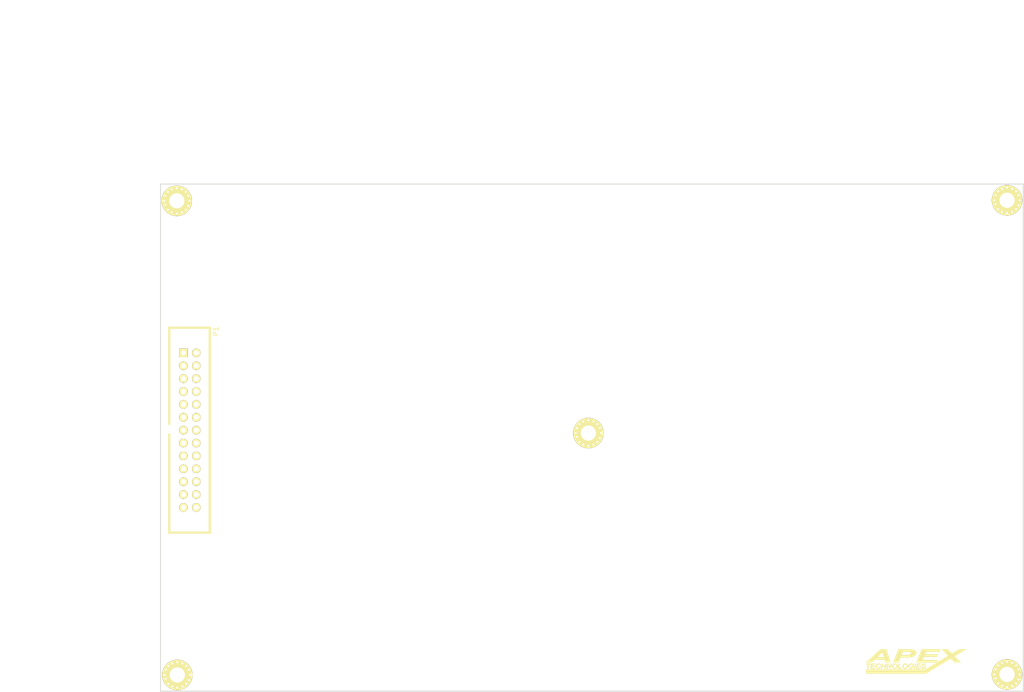
<source format=kicad_pcb>
(kicad_pcb (version 4) (host pcbnew 4.0.7)

  (general
    (links 93)
    (no_connects 13)
    (area 34.435716 19.85 237.100001 158.847)
    (thickness 1.6)
    (drawings 16)
    (tracks 0)
    (zones 0)
    (modules 7)
    (nets 19)
  )

  (page A4)
  (layers
    (0 F.Cu signal)
    (31 B.Cu signal)
    (32 B.Adhes user)
    (33 F.Adhes user)
    (34 B.Paste user)
    (35 F.Paste user)
    (36 B.SilkS user)
    (37 F.SilkS user)
    (38 B.Mask user)
    (39 F.Mask user)
    (40 Dwgs.User user)
    (41 Cmts.User user)
    (42 Eco1.User user)
    (43 Eco2.User user)
    (44 Edge.Cuts user)
    (45 Margin user)
    (46 B.CrtYd user)
    (47 F.CrtYd user)
    (48 B.Fab user)
    (49 F.Fab user)
  )

  (setup
    (last_trace_width 0.25)
    (trace_clearance 0.2)
    (zone_clearance 0.508)
    (zone_45_only no)
    (trace_min 0.2)
    (segment_width 0.2)
    (edge_width 0.15)
    (via_size 0.6)
    (via_drill 0.4)
    (via_min_size 0.4)
    (via_min_drill 0.3)
    (uvia_size 0.3)
    (uvia_drill 0.1)
    (uvias_allowed no)
    (uvia_min_size 0.2)
    (uvia_min_drill 0.1)
    (pcb_text_width 0.3)
    (pcb_text_size 1.5 1.5)
    (mod_edge_width 0.15)
    (mod_text_size 1 1)
    (mod_text_width 0.15)
    (pad_size 1.524 1.524)
    (pad_drill 0.762)
    (pad_to_mask_clearance 0.2)
    (aux_axis_origin 0 0)
    (visible_elements 7FFFFFFF)
    (pcbplotparams
      (layerselection 0x00030_80000001)
      (usegerberextensions false)
      (excludeedgelayer true)
      (linewidth 0.100000)
      (plotframeref false)
      (viasonmask false)
      (mode 1)
      (useauxorigin false)
      (hpglpennumber 1)
      (hpglpenspeed 20)
      (hpglpendiameter 15)
      (hpglpenoverlay 2)
      (psnegative false)
      (psa4output false)
      (plotreference true)
      (plotvalue true)
      (plotinvisibletext false)
      (padsonsilk false)
      (subtractmaskfromsilk false)
      (outputformat 1)
      (mirror false)
      (drillshape 1)
      (scaleselection 1)
      (outputdirectory ""))
  )

  (net 0 "")
  (net 1 D+)
  (net 2 GND)
  (net 3 D-)
  (net 4 "Net-(P1-Pad7)")
  (net 5 "Net-(P1-Pad8)")
  (net 6 "Net-(P1-Pad9)")
  (net 7 "Net-(P1-Pad10)")
  (net 8 "Net-(P1-Pad11)")
  (net 9 "Net-(P1-Pad12)")
  (net 10 -12V)
  (net 11 +12V)
  (net 12 -5V)
  (net 13 +5V)
  (net 14 +3V3)
  (net 15 "Net-(P1-Pad25)")
  (net 16 "Net-(P1-Pad26)")
  (net 17 TRIG_IN)
  (net 18 TRIG_OUT)

  (net_class Default "This is the default net class."
    (clearance 0.2)
    (trace_width 0.25)
    (via_dia 0.6)
    (via_drill 0.4)
    (uvia_dia 0.3)
    (uvia_drill 0.1)
    (add_net +12V)
    (add_net +3V3)
    (add_net +5V)
    (add_net -12V)
    (add_net -5V)
    (add_net D+)
    (add_net D-)
    (add_net GND)
    (add_net "Net-(P1-Pad10)")
    (add_net "Net-(P1-Pad11)")
    (add_net "Net-(P1-Pad12)")
    (add_net "Net-(P1-Pad25)")
    (add_net "Net-(P1-Pad26)")
    (add_net "Net-(P1-Pad7)")
    (add_net "Net-(P1-Pad8)")
    (add_net "Net-(P1-Pad9)")
    (add_net TRIG_IN)
    (add_net TRIG_OUT)
  )

  (module Apex:VIS_M3 (layer F.Cu) (tedit 59B11A99) (tstamp 59B1A080)
    (at 70.2 59.3)
    (path /59B31F0F)
    (fp_text reference V1 (at 0 -4.572) (layer Eco1.User) hide
      (effects (font (size 1.5 1.5) (thickness 0.15)))
    )
    (fp_text value VIS (at 0 4.572) (layer Eco1.User) hide
      (effects (font (size 1.5 1.5) (thickness 0.15)))
    )
    (pad 1 thru_hole circle (at 0 0) (size 6 6) (drill 3) (layers *.Cu *.Mask F.SilkS)
      (net 2 GND))
    (pad 1 thru_hole circle (at -1.75 1.75) (size 0.5 0.5) (drill 0.4) (layers *.Cu *.Mask F.SilkS)
      (net 2 GND))
    (pad 1 thru_hole circle (at 1.75 1.75) (size 0.5 0.5) (drill 0.4) (layers *.Cu *.Mask F.SilkS)
      (net 2 GND))
    (pad 1 thru_hole circle (at 1.75 -1.75) (size 0.5 0.5) (drill 0.4) (layers *.Cu *.Mask F.SilkS)
      (net 2 GND))
    (pad 1 thru_hole circle (at -1.75 -1.75) (size 0.5 0.5) (drill 0.4) (layers *.Cu *.Mask F.SilkS)
      (net 2 GND))
    (pad 1 thru_hole circle (at -2.25 -1) (size 0.5 0.5) (drill 0.4) (layers *.Cu *.Mask F.SilkS)
      (net 2 GND))
    (pad 1 thru_hole circle (at -1 -2.25) (size 0.5 0.5) (drill 0.4) (layers *.Cu *.Mask F.SilkS)
      (net 2 GND))
    (pad 1 thru_hole circle (at 1 -2.25) (size 0.5 0.5) (drill 0.4) (layers *.Cu *.Mask F.SilkS)
      (net 2 GND))
    (pad 1 thru_hole circle (at 2.25 -1) (size 0.5 0.5) (drill 0.4) (layers *.Cu *.Mask F.SilkS)
      (net 2 GND))
    (pad 1 thru_hole circle (at 2.25 1) (size 0.5 0.5) (drill 0.4) (layers *.Cu *.Mask F.SilkS)
      (net 2 GND))
    (pad 1 thru_hole circle (at 1 2.25) (size 0.5 0.5) (drill 0.4) (layers *.Cu *.Mask F.SilkS)
      (net 2 GND))
    (pad 1 thru_hole circle (at -1 2.25) (size 0.5 0.5) (drill 0.4) (layers *.Cu *.Mask F.SilkS)
      (net 2 GND))
    (pad 1 thru_hole circle (at -2.25 0.75) (size 0.5 0.5) (drill 0.4) (layers *.Cu *.Mask F.SilkS)
      (net 2 GND))
    (pad 1 thru_hole circle (at 0 -2.5) (size 0.5 0.5) (drill 0.4) (layers *.Cu *.Mask F.SilkS)
      (net 2 GND))
    (pad 1 thru_hole circle (at 0 2.5) (size 0.5 0.5) (drill 0.4) (layers *.Cu *.Mask F.SilkS)
      (net 2 GND))
    (pad 1 thru_hole circle (at 2.5 0) (size 0.5 0.5) (drill 0.4) (layers *.Cu *.Mask F.SilkS)
      (net 2 GND))
    (pad 1 thru_hole circle (at -2.5 0) (size 0.5 0.5) (drill 0.4) (layers *.Cu *.Mask F.SilkS)
      (net 2 GND))
    (model ${KIUSER3DMOD}/Vis_M3.wrl
      (at (xyz 0 0 -0.063))
      (scale (xyz 0.4 0.4 0.4))
      (rotate (xyz 0 0 0))
    )
  )

  (module Apex:VIS_M3 (layer F.Cu) (tedit 59B11A99) (tstamp 59B1A095)
    (at 70.3 152.8)
    (path /59B31FBB)
    (fp_text reference V2 (at 0 -4.572) (layer Eco1.User) hide
      (effects (font (size 1.5 1.5) (thickness 0.15)))
    )
    (fp_text value VIS (at 0 4.572) (layer Eco1.User) hide
      (effects (font (size 1.5 1.5) (thickness 0.15)))
    )
    (pad 1 thru_hole circle (at 0 0) (size 6 6) (drill 3) (layers *.Cu *.Mask F.SilkS)
      (net 2 GND))
    (pad 1 thru_hole circle (at -1.75 1.75) (size 0.5 0.5) (drill 0.4) (layers *.Cu *.Mask F.SilkS)
      (net 2 GND))
    (pad 1 thru_hole circle (at 1.75 1.75) (size 0.5 0.5) (drill 0.4) (layers *.Cu *.Mask F.SilkS)
      (net 2 GND))
    (pad 1 thru_hole circle (at 1.75 -1.75) (size 0.5 0.5) (drill 0.4) (layers *.Cu *.Mask F.SilkS)
      (net 2 GND))
    (pad 1 thru_hole circle (at -1.75 -1.75) (size 0.5 0.5) (drill 0.4) (layers *.Cu *.Mask F.SilkS)
      (net 2 GND))
    (pad 1 thru_hole circle (at -2.25 -1) (size 0.5 0.5) (drill 0.4) (layers *.Cu *.Mask F.SilkS)
      (net 2 GND))
    (pad 1 thru_hole circle (at -1 -2.25) (size 0.5 0.5) (drill 0.4) (layers *.Cu *.Mask F.SilkS)
      (net 2 GND))
    (pad 1 thru_hole circle (at 1 -2.25) (size 0.5 0.5) (drill 0.4) (layers *.Cu *.Mask F.SilkS)
      (net 2 GND))
    (pad 1 thru_hole circle (at 2.25 -1) (size 0.5 0.5) (drill 0.4) (layers *.Cu *.Mask F.SilkS)
      (net 2 GND))
    (pad 1 thru_hole circle (at 2.25 1) (size 0.5 0.5) (drill 0.4) (layers *.Cu *.Mask F.SilkS)
      (net 2 GND))
    (pad 1 thru_hole circle (at 1 2.25) (size 0.5 0.5) (drill 0.4) (layers *.Cu *.Mask F.SilkS)
      (net 2 GND))
    (pad 1 thru_hole circle (at -1 2.25) (size 0.5 0.5) (drill 0.4) (layers *.Cu *.Mask F.SilkS)
      (net 2 GND))
    (pad 1 thru_hole circle (at -2.25 0.75) (size 0.5 0.5) (drill 0.4) (layers *.Cu *.Mask F.SilkS)
      (net 2 GND))
    (pad 1 thru_hole circle (at 0 -2.5) (size 0.5 0.5) (drill 0.4) (layers *.Cu *.Mask F.SilkS)
      (net 2 GND))
    (pad 1 thru_hole circle (at 0 2.5) (size 0.5 0.5) (drill 0.4) (layers *.Cu *.Mask F.SilkS)
      (net 2 GND))
    (pad 1 thru_hole circle (at 2.5 0) (size 0.5 0.5) (drill 0.4) (layers *.Cu *.Mask F.SilkS)
      (net 2 GND))
    (pad 1 thru_hole circle (at -2.5 0) (size 0.5 0.5) (drill 0.4) (layers *.Cu *.Mask F.SilkS)
      (net 2 GND))
    (model ${KIUSER3DMOD}/Vis_M3.wrl
      (at (xyz 0 0 -0.063))
      (scale (xyz 0.4 0.4 0.4))
      (rotate (xyz 0 0 0))
    )
  )

  (module Apex:VIS_M3 (layer F.Cu) (tedit 59B11A99) (tstamp 59B1A0AA)
    (at 151.3 105.1)
    (path /59B32041)
    (fp_text reference V3 (at 0 -4.572) (layer Eco1.User) hide
      (effects (font (size 1.5 1.5) (thickness 0.15)))
    )
    (fp_text value VIS (at 0 4.572) (layer Eco1.User) hide
      (effects (font (size 1.5 1.5) (thickness 0.15)))
    )
    (pad 1 thru_hole circle (at 0 0) (size 6 6) (drill 3) (layers *.Cu *.Mask F.SilkS)
      (net 2 GND))
    (pad 1 thru_hole circle (at -1.75 1.75) (size 0.5 0.5) (drill 0.4) (layers *.Cu *.Mask F.SilkS)
      (net 2 GND))
    (pad 1 thru_hole circle (at 1.75 1.75) (size 0.5 0.5) (drill 0.4) (layers *.Cu *.Mask F.SilkS)
      (net 2 GND))
    (pad 1 thru_hole circle (at 1.75 -1.75) (size 0.5 0.5) (drill 0.4) (layers *.Cu *.Mask F.SilkS)
      (net 2 GND))
    (pad 1 thru_hole circle (at -1.75 -1.75) (size 0.5 0.5) (drill 0.4) (layers *.Cu *.Mask F.SilkS)
      (net 2 GND))
    (pad 1 thru_hole circle (at -2.25 -1) (size 0.5 0.5) (drill 0.4) (layers *.Cu *.Mask F.SilkS)
      (net 2 GND))
    (pad 1 thru_hole circle (at -1 -2.25) (size 0.5 0.5) (drill 0.4) (layers *.Cu *.Mask F.SilkS)
      (net 2 GND))
    (pad 1 thru_hole circle (at 1 -2.25) (size 0.5 0.5) (drill 0.4) (layers *.Cu *.Mask F.SilkS)
      (net 2 GND))
    (pad 1 thru_hole circle (at 2.25 -1) (size 0.5 0.5) (drill 0.4) (layers *.Cu *.Mask F.SilkS)
      (net 2 GND))
    (pad 1 thru_hole circle (at 2.25 1) (size 0.5 0.5) (drill 0.4) (layers *.Cu *.Mask F.SilkS)
      (net 2 GND))
    (pad 1 thru_hole circle (at 1 2.25) (size 0.5 0.5) (drill 0.4) (layers *.Cu *.Mask F.SilkS)
      (net 2 GND))
    (pad 1 thru_hole circle (at -1 2.25) (size 0.5 0.5) (drill 0.4) (layers *.Cu *.Mask F.SilkS)
      (net 2 GND))
    (pad 1 thru_hole circle (at -2.25 0.75) (size 0.5 0.5) (drill 0.4) (layers *.Cu *.Mask F.SilkS)
      (net 2 GND))
    (pad 1 thru_hole circle (at 0 -2.5) (size 0.5 0.5) (drill 0.4) (layers *.Cu *.Mask F.SilkS)
      (net 2 GND))
    (pad 1 thru_hole circle (at 0 2.5) (size 0.5 0.5) (drill 0.4) (layers *.Cu *.Mask F.SilkS)
      (net 2 GND))
    (pad 1 thru_hole circle (at 2.5 0) (size 0.5 0.5) (drill 0.4) (layers *.Cu *.Mask F.SilkS)
      (net 2 GND))
    (pad 1 thru_hole circle (at -2.5 0) (size 0.5 0.5) (drill 0.4) (layers *.Cu *.Mask F.SilkS)
      (net 2 GND))
    (model ${KIUSER3DMOD}/Vis_M3.wrl
      (at (xyz 0 0 -0.063))
      (scale (xyz 0.4 0.4 0.4))
      (rotate (xyz 0 0 0))
    )
  )

  (module Apex:VIS_M3 (layer F.Cu) (tedit 59B11A99) (tstamp 59B1A0BF)
    (at 233.8 59.2)
    (path /59B3200D)
    (fp_text reference V4 (at 0 -4.572) (layer Eco1.User) hide
      (effects (font (size 1.5 1.5) (thickness 0.15)))
    )
    (fp_text value VIS (at 0 4.572) (layer Eco1.User) hide
      (effects (font (size 1.5 1.5) (thickness 0.15)))
    )
    (pad 1 thru_hole circle (at 0 0) (size 6 6) (drill 3) (layers *.Cu *.Mask F.SilkS)
      (net 2 GND))
    (pad 1 thru_hole circle (at -1.75 1.75) (size 0.5 0.5) (drill 0.4) (layers *.Cu *.Mask F.SilkS)
      (net 2 GND))
    (pad 1 thru_hole circle (at 1.75 1.75) (size 0.5 0.5) (drill 0.4) (layers *.Cu *.Mask F.SilkS)
      (net 2 GND))
    (pad 1 thru_hole circle (at 1.75 -1.75) (size 0.5 0.5) (drill 0.4) (layers *.Cu *.Mask F.SilkS)
      (net 2 GND))
    (pad 1 thru_hole circle (at -1.75 -1.75) (size 0.5 0.5) (drill 0.4) (layers *.Cu *.Mask F.SilkS)
      (net 2 GND))
    (pad 1 thru_hole circle (at -2.25 -1) (size 0.5 0.5) (drill 0.4) (layers *.Cu *.Mask F.SilkS)
      (net 2 GND))
    (pad 1 thru_hole circle (at -1 -2.25) (size 0.5 0.5) (drill 0.4) (layers *.Cu *.Mask F.SilkS)
      (net 2 GND))
    (pad 1 thru_hole circle (at 1 -2.25) (size 0.5 0.5) (drill 0.4) (layers *.Cu *.Mask F.SilkS)
      (net 2 GND))
    (pad 1 thru_hole circle (at 2.25 -1) (size 0.5 0.5) (drill 0.4) (layers *.Cu *.Mask F.SilkS)
      (net 2 GND))
    (pad 1 thru_hole circle (at 2.25 1) (size 0.5 0.5) (drill 0.4) (layers *.Cu *.Mask F.SilkS)
      (net 2 GND))
    (pad 1 thru_hole circle (at 1 2.25) (size 0.5 0.5) (drill 0.4) (layers *.Cu *.Mask F.SilkS)
      (net 2 GND))
    (pad 1 thru_hole circle (at -1 2.25) (size 0.5 0.5) (drill 0.4) (layers *.Cu *.Mask F.SilkS)
      (net 2 GND))
    (pad 1 thru_hole circle (at -2.25 0.75) (size 0.5 0.5) (drill 0.4) (layers *.Cu *.Mask F.SilkS)
      (net 2 GND))
    (pad 1 thru_hole circle (at 0 -2.5) (size 0.5 0.5) (drill 0.4) (layers *.Cu *.Mask F.SilkS)
      (net 2 GND))
    (pad 1 thru_hole circle (at 0 2.5) (size 0.5 0.5) (drill 0.4) (layers *.Cu *.Mask F.SilkS)
      (net 2 GND))
    (pad 1 thru_hole circle (at 2.5 0) (size 0.5 0.5) (drill 0.4) (layers *.Cu *.Mask F.SilkS)
      (net 2 GND))
    (pad 1 thru_hole circle (at -2.5 0) (size 0.5 0.5) (drill 0.4) (layers *.Cu *.Mask F.SilkS)
      (net 2 GND))
    (model ${KIUSER3DMOD}/Vis_M3.wrl
      (at (xyz 0 0 -0.063))
      (scale (xyz 0.4 0.4 0.4))
      (rotate (xyz 0 0 0))
    )
  )

  (module Apex:VIS_M3 (layer F.Cu) (tedit 59B11A99) (tstamp 59B1A0D4)
    (at 233.8 152.7)
    (path /59B32013)
    (fp_text reference V5 (at 0 -4.572) (layer Eco1.User) hide
      (effects (font (size 1.5 1.5) (thickness 0.15)))
    )
    (fp_text value VIS (at 0 4.572) (layer Eco1.User) hide
      (effects (font (size 1.5 1.5) (thickness 0.15)))
    )
    (pad 1 thru_hole circle (at 0 0) (size 6 6) (drill 3) (layers *.Cu *.Mask F.SilkS)
      (net 2 GND))
    (pad 1 thru_hole circle (at -1.75 1.75) (size 0.5 0.5) (drill 0.4) (layers *.Cu *.Mask F.SilkS)
      (net 2 GND))
    (pad 1 thru_hole circle (at 1.75 1.75) (size 0.5 0.5) (drill 0.4) (layers *.Cu *.Mask F.SilkS)
      (net 2 GND))
    (pad 1 thru_hole circle (at 1.75 -1.75) (size 0.5 0.5) (drill 0.4) (layers *.Cu *.Mask F.SilkS)
      (net 2 GND))
    (pad 1 thru_hole circle (at -1.75 -1.75) (size 0.5 0.5) (drill 0.4) (layers *.Cu *.Mask F.SilkS)
      (net 2 GND))
    (pad 1 thru_hole circle (at -2.25 -1) (size 0.5 0.5) (drill 0.4) (layers *.Cu *.Mask F.SilkS)
      (net 2 GND))
    (pad 1 thru_hole circle (at -1 -2.25) (size 0.5 0.5) (drill 0.4) (layers *.Cu *.Mask F.SilkS)
      (net 2 GND))
    (pad 1 thru_hole circle (at 1 -2.25) (size 0.5 0.5) (drill 0.4) (layers *.Cu *.Mask F.SilkS)
      (net 2 GND))
    (pad 1 thru_hole circle (at 2.25 -1) (size 0.5 0.5) (drill 0.4) (layers *.Cu *.Mask F.SilkS)
      (net 2 GND))
    (pad 1 thru_hole circle (at 2.25 1) (size 0.5 0.5) (drill 0.4) (layers *.Cu *.Mask F.SilkS)
      (net 2 GND))
    (pad 1 thru_hole circle (at 1 2.25) (size 0.5 0.5) (drill 0.4) (layers *.Cu *.Mask F.SilkS)
      (net 2 GND))
    (pad 1 thru_hole circle (at -1 2.25) (size 0.5 0.5) (drill 0.4) (layers *.Cu *.Mask F.SilkS)
      (net 2 GND))
    (pad 1 thru_hole circle (at -2.25 0.75) (size 0.5 0.5) (drill 0.4) (layers *.Cu *.Mask F.SilkS)
      (net 2 GND))
    (pad 1 thru_hole circle (at 0 -2.5) (size 0.5 0.5) (drill 0.4) (layers *.Cu *.Mask F.SilkS)
      (net 2 GND))
    (pad 1 thru_hole circle (at 0 2.5) (size 0.5 0.5) (drill 0.4) (layers *.Cu *.Mask F.SilkS)
      (net 2 GND))
    (pad 1 thru_hole circle (at 2.5 0) (size 0.5 0.5) (drill 0.4) (layers *.Cu *.Mask F.SilkS)
      (net 2 GND))
    (pad 1 thru_hole circle (at -2.5 0) (size 0.5 0.5) (drill 0.4) (layers *.Cu *.Mask F.SilkS)
      (net 2 GND))
    (model ${KIUSER3DMOD}/Vis_M3.wrl
      (at (xyz 0 0 -0.063))
      (scale (xyz 0.4 0.4 0.4))
      (rotate (xyz 0 0 0))
    )
  )

  (module Apex:LOGO_APEX_SILK (layer F.Cu) (tedit 55F04F97) (tstamp 59B1A202)
    (at 215.8 150.1)
    (fp_text reference G* (at 0.05 -3.45) (layer Eco1.User) hide
      (effects (font (thickness 0.3)))
    )
    (fp_text value "Logo Apex Silk" (at 0.025 3.75) (layer Eco1.User) hide
      (effects (font (thickness 0.3)))
    )
    (fp_poly (pts (xy 9.867804 -2.339975) (xy 9.857109 -2.332305) (xy 9.826012 -2.31255) (xy 9.77596 -2.281581)
      (xy 9.708397 -2.24027) (xy 9.62477 -2.189491) (xy 9.526522 -2.130115) (xy 9.4151 -2.063014)
      (xy 9.291948 -1.989061) (xy 9.158512 -1.909128) (xy 9.016237 -1.824086) (xy 8.866569 -1.734809)
      (xy 8.749096 -1.664858) (xy 7.630483 -0.999266) (xy 8.228491 -0.401159) (xy 8.330401 -0.299094)
      (xy 8.426836 -0.202243) (xy 8.516318 -0.112107) (xy 8.597372 -0.030186) (xy 8.66852 0.042018)
      (xy 8.728284 0.103006) (xy 8.775188 0.151275) (xy 8.807756 0.185327) (xy 8.824509 0.203659)
      (xy 8.8265 0.206424) (xy 8.814221 0.20837) (xy 8.779069 0.210182) (xy 8.723571 0.211817)
      (xy 8.650254 0.213235) (xy 8.561645 0.214393) (xy 8.460271 0.215249) (xy 8.348657 0.215763)
      (xy 8.2515 0.215899) (xy 7.6765 0.215899) (xy 7.352131 -0.111126) (xy 7.274832 -0.189347)
      (xy 7.200916 -0.264689) (xy 7.132875 -0.334573) (xy 7.0732 -0.396417) (xy 7.024384 -0.447642)
      (xy 6.988918 -0.485667) (xy 6.971162 -0.505643) (xy 6.914562 -0.573135) (xy 6.813256 -0.506772)
      (xy 6.746909 -0.463972) (xy 6.672408 -0.417235) (xy 6.587492 -0.365204) (xy 6.489902 -0.306524)
      (xy 6.377378 -0.239838) (xy 6.247662 -0.163791) (xy 6.098493 -0.077025) (xy 6.06425 -0.057179)
      (xy 6.017583 -0.029968) (xy 5.963127 0.00213) (xy 5.900196 0.039533) (xy 5.828103 0.082662)
      (xy 5.746163 0.131936) (xy 5.653687 0.187774) (xy 5.54999 0.250596) (xy 5.434385 0.32082)
      (xy 5.306185 0.398867) (xy 5.164705 0.485156) (xy 5.009258 0.580105) (xy 4.839156 0.684136)
      (xy 4.653714 0.797665) (xy 4.452245 0.921114) (xy 4.234062 1.054902) (xy 3.99848 1.199448)
      (xy 3.744811 1.355171) (xy 3.472368 1.52249) (xy 3.180467 1.701826) (xy 2.868419 1.893597)
      (xy 2.535538 2.098224) (xy 2.485773 2.128818) (xy 2.044197 2.4003) (xy -3.835652 2.4003)
      (xy -9.7155 2.4003) (xy -9.7155 2.0193) (xy -9.7155 1.6383) (xy -3.885347 1.6383)
      (xy 1.944806 1.6383) (xy 2.093178 1.547519) (xy 2.125509 1.527687) (xy 2.177693 1.495614)
      (xy 2.247962 1.452388) (xy 2.334548 1.399097) (xy 2.435682 1.336832) (xy 2.549597 1.266679)
      (xy 2.674526 1.189729) (xy 2.808699 1.10707) (xy 2.950349 1.019791) (xy 3.097708 0.92898)
      (xy 3.249008 0.835727) (xy 3.28295 0.814805) (xy 3.463581 0.703816) (xy 3.661484 0.582853)
      (xy 3.87238 0.454497) (xy 4.091991 0.321328) (xy 4.316038 0.185928) (xy 4.540243 0.050878)
      (xy 4.760328 -0.081242) (xy 4.972015 -0.20785) (xy 5.171025 -0.326365) (xy 5.35308 -0.434207)
      (xy 5.36575 -0.441686) (xy 5.514943 -0.529771) (xy 5.657972 -0.614299) (xy 5.793314 -0.694365)
      (xy 5.919446 -0.769064) (xy 6.034844 -0.837491) (xy 6.137987 -0.898743) (xy 6.227351 -0.951914)
      (xy 6.301413 -0.9961) (xy 6.35865 -1.030396) (xy 6.39754 -1.053898) (xy 6.41656 -1.065701)
      (xy 6.418204 -1.066862) (xy 6.411476 -1.07754) (xy 6.388392 -1.104915) (xy 6.350336 -1.147505)
      (xy 6.298691 -1.20383) (xy 6.234843 -1.272408) (xy 6.160174 -1.351757) (xy 6.076069 -1.440396)
      (xy 5.983912 -1.536844) (xy 5.885086 -1.63962) (xy 5.824479 -1.70235) (xy 5.722789 -1.807576)
      (xy 5.626466 -1.907558) (xy 5.536943 -2.000786) (xy 5.455654 -2.085754) (xy 5.384032 -2.160954)
      (xy 5.32351 -2.224879) (xy 5.275522 -2.276021) (xy 5.241502 -2.312873) (xy 5.222883 -2.333928)
      (xy 5.2197 -2.33836) (xy 5.23198 -2.340777) (xy 5.267143 -2.343003) (xy 5.322672 -2.344987)
      (xy 5.39605 -2.346675) (xy 5.48476 -2.348016) (xy 5.586286 -2.348956) (xy 5.69811 -2.349443)
      (xy 5.75347 -2.349501) (xy 6.287241 -2.349501) (xy 6.716089 -1.920652) (xy 7.144937 -1.491804)
      (xy 7.455493 -1.681132) (xy 7.544329 -1.734872) (xy 7.649701 -1.79793) (xy 7.766084 -1.86704)
      (xy 7.88795 -1.938936) (xy 8.009772 -2.010351) (xy 8.126024 -2.078022) (xy 8.181285 -2.10998)
      (xy 8.59652 -2.3495) (xy 9.23221 -2.3495) (xy 9.35658 -2.349316) (xy 9.4729 -2.348787)
      (xy 9.578766 -2.34795) (xy 9.671775 -2.34684) (xy 9.749526 -2.345494) (xy 9.809615 -2.343946)
      (xy 9.849639 -2.342235) (xy 9.867196 -2.340395) (xy 9.867804 -2.339975) (xy 9.867804 -2.339975)) (layer F.SilkS) (width 0.1))
    (fp_poly (pts (xy -6.885866 0.76023) (xy -6.892417 0.771885) (xy -6.916051 0.77476) (xy -6.930016 0.774873)
      (xy -6.969702 0.776867) (xy -7.002515 0.781517) (xy -7.005435 0.782236) (xy -7.025982 0.782573)
      (xy -7.036986 0.765079) (xy -7.039868 0.753488) (xy -7.065808 0.686438) (xy -7.110797 0.6353)
      (xy -7.173228 0.601202) (xy -7.251494 0.585275) (xy -7.280682 0.5842) (xy -7.369473 0.591194)
      (xy -7.443755 0.614209) (xy -7.510857 0.656292) (xy -7.558394 0.699654) (xy -7.623336 0.779897)
      (xy -7.66628 0.867679) (xy -7.689274 0.967715) (xy -7.693212 1.010014) (xy -7.691119 1.106928)
      (xy -7.671444 1.186201) (xy -7.633641 1.249031) (xy -7.577166 1.296615) (xy -7.55778 1.307447)
      (xy -7.477595 1.334949) (xy -7.394374 1.339729) (xy -7.312512 1.323354) (xy -7.236404 1.287391)
      (xy -7.170446 1.233405) (xy -7.119036 1.162964) (xy -7.111554 1.148427) (xy -7.089701 1.110943)
      (xy -7.071467 1.097054) (xy -7.065002 1.09777) (xy -7.039404 1.102943) (xy -7.006187 1.105094)
      (xy -6.972305 1.108489) (xy -6.948938 1.116071) (xy -6.941768 1.134079) (xy -6.950705 1.164935)
      (xy -6.97278 1.204718) (xy -7.00502 1.24951) (xy -7.044454 1.295391) (xy -7.088113 1.33844)
      (xy -7.133023 1.374739) (xy -7.15665 1.390095) (xy -7.244327 1.428828) (xy -7.344289 1.45212)
      (xy -7.44786 1.458871) (xy -7.546361 1.447982) (xy -7.5692 1.442368) (xy -7.664067 1.40553)
      (xy -7.739146 1.35285) (xy -7.794987 1.283702) (xy -7.832139 1.197459) (xy -7.847469 1.125539)
      (xy -7.852327 1.044978) (xy -7.847265 0.956035) (xy -7.833339 0.872388) (xy -7.825744 0.844188)
      (xy -7.781967 0.743749) (xy -7.717415 0.653185) (xy -7.635987 0.576355) (xy -7.541585 0.517116)
      (xy -7.463909 0.486337) (xy -7.397317 0.472727) (xy -7.318417 0.466438) (xy -7.236953 0.467454)
      (xy -7.16267 0.475757) (xy -7.116962 0.486947) (xy -7.036324 0.526416) (xy -6.96898 0.583948)
      (xy -6.918806 0.655334) (xy -6.890291 0.733425) (xy -6.885866 0.76023) (xy -6.885866 0.76023)) (layer F.SilkS) (width 0.1))
    (fp_poly (pts (xy -3.569929 0.899067) (xy -3.570946 0.933401) (xy -3.574849 0.994986) (xy -3.581789 1.041223)
      (xy -3.594133 1.082154) (xy -3.61425 1.127822) (xy -3.619184 1.137942) (xy -3.682462 1.23932)
      (xy -3.724519 1.283216) (xy -3.724519 0.845029) (xy -3.743827 0.76477) (xy -3.781583 0.696321)
      (xy -3.836261 0.64212) (xy -3.906335 0.604606) (xy -3.99028 0.586217) (xy -4.026735 0.584757)
      (xy -4.127866 0.597048) (xy -4.218149 0.631274) (xy -4.295773 0.685632) (xy -4.358928 0.758319)
      (xy -4.405803 0.847531) (xy -4.434589 0.951467) (xy -4.44065 0.99695) (xy -4.440118 1.08605)
      (xy -4.419488 1.161695) (xy -4.377832 1.22709) (xy -4.372247 1.233441) (xy -4.318467 1.283662)
      (xy -4.260917 1.315833) (xy -4.207288 1.332336) (xy -4.159533 1.341705) (xy -4.11992 1.343298)
      (xy -4.07809 1.336395) (xy -4.02368 1.320279) (xy -4.021024 1.319409) (xy -3.929711 1.277762)
      (xy -3.854699 1.217647) (xy -3.794997 1.138021) (xy -3.749617 1.037842) (xy -3.74735 1.031222)
      (xy -3.725185 0.934659) (xy -3.724519 0.845029) (xy -3.724519 1.283216) (xy -3.762469 1.322826)
      (xy -3.856798 1.387287) (xy -3.963042 1.431531) (xy -4.078791 1.454385) (xy -4.201639 1.454677)
      (xy -4.255369 1.447688) (xy -4.349118 1.419582) (xy -4.431808 1.370758) (xy -4.50071 1.304494)
      (xy -4.553093 1.22407) (xy -4.58623 1.132763) (xy -4.5974 1.036889) (xy -4.592131 0.96476)
      (xy -4.57784 0.886943) (xy -4.556805 0.812313) (xy -4.531302 0.749744) (xy -4.517576 0.725741)
      (xy -4.440829 0.631753) (xy -4.348716 0.55704) (xy -4.243763 0.5032) (xy -4.128494 0.471834)
      (xy -4.113072 0.469516) (xy -3.991789 0.463375) (xy -3.881885 0.479533) (xy -3.783869 0.517827)
      (xy -3.698251 0.578094) (xy -3.662636 0.613744) (xy -3.618613 0.67219) (xy -3.589558 0.735495)
      (xy -3.573865 0.809254) (xy -3.569929 0.899067) (xy -3.569929 0.899067)) (layer F.SilkS) (width 0.1))
    (fp_poly (pts (xy -1.568553 0.89803) (xy -1.568555 0.9017) (xy -1.569004 0.965989) (xy -1.571111 1.012051)
      (xy -1.576181 1.047058) (xy -1.585516 1.078179) (xy -1.60042 1.112586) (xy -1.610819 1.134187)
      (xy -1.673864 1.236046) (xy -1.714778 1.279144) (xy -1.714778 0.892069) (xy -1.725479 0.805671)
      (xy -1.759059 0.72791) (xy -1.804268 0.671023) (xy -1.854477 0.62823) (xy -1.906745 0.601424)
      (xy -1.968721 0.587773) (xy -2.03835 0.584394) (xy -2.129539 0.596927) (xy -2.215736 0.63392)
      (xy -2.295346 0.694662) (xy -2.303551 0.702682) (xy -2.35628 0.762996) (xy -2.392719 0.82536)
      (xy -2.41924 0.9009) (xy -2.421178 0.90805) (xy -2.437981 1.008679) (xy -2.432374 1.099247)
      (xy -2.404537 1.178786) (xy -2.358382 1.242508) (xy -2.288484 1.29891) (xy -2.210368 1.331467)
      (xy -2.124907 1.340049) (xy -2.032972 1.32453) (xy -1.966845 1.299985) (xy -1.890312 1.254389)
      (xy -1.826904 1.191029) (xy -1.773771 1.106893) (xy -1.762675 1.084222) (xy -1.727122 0.985465)
      (xy -1.714778 0.892069) (xy -1.714778 1.279144) (xy -1.753734 1.32018) (xy -1.84794 1.385368)
      (xy -1.953996 1.430382) (xy -2.069413 1.454) (xy -2.191704 1.454996) (xy -2.2479 1.447808)
      (xy -2.344309 1.418972) (xy -2.430321 1.3684) (xy -2.502135 1.298886) (xy -2.549655 1.226059)
      (xy -2.576664 1.14948) (xy -2.588712 1.059574) (xy -2.586225 0.963224) (xy -2.569629 0.867313)
      (xy -2.53935 0.778723) (xy -2.519572 0.739942) (xy -2.453361 0.650446) (xy -2.368805 0.575446)
      (xy -2.270068 0.517666) (xy -2.161312 0.479832) (xy -2.106472 0.469516) (xy -1.989374 0.46374)
      (xy -1.881292 0.478797) (xy -1.784505 0.513675) (xy -1.701296 0.567361) (xy -1.633947 0.638842)
      (xy -1.5997 0.694477) (xy -1.585859 0.724204) (xy -1.576804 0.752895) (xy -1.571556 0.787078)
      (xy -1.569133 0.83328) (xy -1.568553 0.89803) (xy -1.568553 0.89803)) (layer F.SilkS) (width 0.1))
    (fp_poly (pts (xy -0.398469 0.757301) (xy -0.403412 0.767811) (xy -0.421848 0.773096) (xy -0.459092 0.776071)
      (xy -0.471121 0.776749) (xy -0.54846 0.78105) (xy -0.566937 0.736773) (xy -0.606731 0.669765)
      (xy -0.662337 0.622206) (xy -0.734277 0.593788) (xy -0.823073 0.584202) (xy -0.824518 0.5842)
      (xy -0.92944 0.595459) (xy -1.022171 0.628911) (xy -1.101953 0.684067) (xy -1.168025 0.760436)
      (xy -1.208255 0.831615) (xy -1.236308 0.91029) (xy -1.252556 0.996485) (xy -1.255896 1.080789)
      (xy -1.245739 1.151947) (xy -1.214219 1.222092) (xy -1.162843 1.277944) (xy -1.093899 1.317656)
      (xy -1.014524 1.338704) (xy -0.959001 1.340163) (xy -0.889688 1.332369) (xy -0.815725 1.316986)
      (xy -0.746256 1.295679) (xy -0.719895 1.285045) (xy -0.689277 1.270169) (xy -0.671018 1.254542)
      (xy -0.659862 1.230504) (xy -0.650555 1.190397) (xy -0.648772 1.181396) (xy -0.639547 1.137054)
      (xy -0.631233 1.101431) (xy -0.6264 1.084563) (xy -0.627541 1.077071) (xy -0.640077 1.071955)
      (xy -0.667521 1.06881) (xy -0.71339 1.067227) (xy -0.779692 1.0668) (xy -0.847578 1.066703)
      (xy -0.893758 1.065208) (xy -0.921925 1.060503) (xy -0.935771 1.05078) (xy -0.938986 1.034227)
      (xy -0.935262 1.009034) (xy -0.931863 0.992187) (xy -0.923925 0.9525) (xy -0.679748 0.9525)
      (xy -0.435571 0.9525) (xy -0.481545 1.145337) (xy -0.50027 1.223009) (xy -0.516176 1.280266)
      (xy -0.532715 1.321308) (xy -0.553336 1.350333) (xy -0.581492 1.37154) (xy -0.620631 1.38913)
      (xy -0.674206 1.4073) (xy -0.70485 1.417075) (xy -0.781912 1.436538) (xy -0.867763 1.449849)
      (xy -0.95477 1.456511) (xy -1.0353 1.456027) (xy -1.10172 1.447901) (xy -1.1176 1.443943)
      (xy -1.216365 1.404619) (xy -1.295794 1.350048) (xy -1.35507 1.280944) (xy -1.390959 1.205569)
      (xy -1.404793 1.14106) (xy -1.410324 1.062575) (xy -1.407592 0.980132) (xy -1.396634 0.903748)
      (xy -1.389711 0.8763) (xy -1.346299 0.771357) (xy -1.281819 0.673644) (xy -1.200564 0.58899)
      (xy -1.14884 0.549124) (xy -1.069541 0.507817) (xy -0.976704 0.480263) (xy -0.876255 0.466518)
      (xy -0.774122 0.466632) (xy -0.676233 0.48066) (xy -0.588517 0.508653) (xy -0.52624 0.543571)
      (xy -0.485294 0.583233) (xy -0.44621 0.637941) (xy -0.415343 0.697742) (xy -0.401707 0.738649)
      (xy -0.398469 0.757301) (xy -0.398469 0.757301)) (layer F.SilkS) (width 0.1))
    (fp_poly (pts (xy 2.0447 0.716919) (xy 2.043138 0.745987) (xy 2.03352 0.758753) (xy 2.008449 0.761919)
      (xy 1.994938 0.762) (xy 1.957572 0.763824) (xy 1.929235 0.768323) (xy 1.925863 0.769411)
      (xy 1.911072 0.767527) (xy 1.90107 0.745448) (xy 1.898039 0.731464) (xy 1.877569 0.682787)
      (xy 1.839156 0.63845) (xy 1.790073 0.605864) (xy 1.765966 0.596875) (xy 1.70877 0.587158)
      (xy 1.641714 0.584846) (xy 1.575548 0.589623) (xy 1.521023 0.601172) (xy 1.512312 0.604326)
      (xy 1.462218 0.634259) (xy 1.431779 0.673952) (xy 1.422936 0.719393) (xy 1.435556 0.762852)
      (xy 1.451658 0.780931) (xy 1.483596 0.802827) (xy 1.533332 0.829581) (xy 1.602831 0.862232)
      (xy 1.694054 0.901819) (xy 1.713423 0.909967) (xy 1.798882 0.948139) (xy 1.862744 0.982493)
      (xy 1.908126 1.01508) (xy 1.938143 1.04795) (xy 1.947933 1.064281) (xy 1.972694 1.137248)
      (xy 1.973159 1.208626) (xy 1.950418 1.276) (xy 1.905562 1.336955) (xy 1.839682 1.389078)
      (xy 1.7892 1.4157) (xy 1.746015 1.433147) (xy 1.704784 1.444352) (xy 1.656805 1.450974)
      (xy 1.593377 1.454669) (xy 1.582675 1.45505) (xy 1.52106 1.455776) (xy 1.462574 1.454113)
      (xy 1.416037 1.450409) (xy 1.399479 1.447791) (xy 1.314459 1.420397) (xy 1.243671 1.378658)
      (xy 1.190227 1.32523) (xy 1.157237 1.262771) (xy 1.15034 1.235136) (xy 1.142803 1.192811)
      (xy 1.135627 1.154658) (xy 1.135206 1.152525) (xy 1.128281 1.1176) (xy 1.204374 1.1176)
      (xy 1.280467 1.1176) (xy 1.28958 1.171541) (xy 1.308821 1.225937) (xy 1.344671 1.271458)
      (xy 1.373791 1.297282) (xy 1.403719 1.313979) (xy 1.443521 1.325592) (xy 1.482476 1.332923)
      (xy 1.585029 1.340305) (xy 1.675898 1.326137) (xy 1.748645 1.293919) (xy 1.793614 1.254764)
      (xy 1.815146 1.209913) (xy 1.813391 1.163091) (xy 1.788499 1.118024) (xy 1.740623 1.078435)
      (xy 1.7399 1.078003) (xy 1.716192 1.065946) (xy 1.67469 1.046855) (xy 1.621117 1.023293)
      (xy 1.561197 0.997825) (xy 1.557527 0.996293) (xy 1.459374 0.951583) (xy 1.384415 0.908575)
      (xy 1.330638 0.865841) (xy 1.296032 0.821952) (xy 1.287397 0.804453) (xy 1.270647 0.734533)
      (xy 1.277447 0.666364) (xy 1.305994 0.603197) (xy 1.354482 0.548283) (xy 1.421106 0.504873)
      (xy 1.46328 0.487599) (xy 1.529474 0.47266) (xy 1.610329 0.465558) (xy 1.696342 0.466306)
      (xy 1.778009 0.474919) (xy 1.8325 0.48708) (xy 1.90582 0.518421) (xy 1.967232 0.56323)
      (xy 2.013042 0.617505) (xy 2.039559 0.677248) (xy 2.0447 0.716919) (xy 2.0447 0.716919)) (layer F.SilkS) (width 0.1))
    (fp_poly (pts (xy -8.843454 0.501894) (xy -8.844092 0.504825) (xy -8.852066 0.534101) (xy -8.859024 0.561975)
      (xy -8.867354 0.5969) (xy -9.042294 0.5969) (xy -9.217233 0.5969) (xy -9.255474 0.758825)
      (xy -9.270738 0.8236) (xy -9.290076 0.905894) (xy -9.311798 0.998488) (xy -9.334208 1.094163)
      (xy -9.35528 1.184275) (xy -9.416845 1.4478) (xy -9.496565 1.4478) (xy -9.539796 1.447241)
      (xy -9.562913 1.444179) (xy -9.571197 1.436537) (xy -9.569932 1.422236) (xy -9.569205 1.419225)
      (xy -9.564634 1.400148) (xy -9.555023 1.359566) (xy -9.541129 1.300704) (xy -9.523714 1.226787)
      (xy -9.503537 1.141037) (xy -9.481358 1.046679) (xy -9.469678 0.99695) (xy -9.377232 0.60325)
      (xy -9.55287 0.599725) (xy -9.728509 0.5962) (xy -9.720824 0.561625) (xy -9.716732 0.540385)
      (xy -9.713176 0.523306) (xy -9.707587 0.509936) (xy -9.697397 0.499827) (xy -9.680035 0.49253)
      (xy -9.652934 0.487593) (xy -9.613524 0.484569) (xy -9.559236 0.483007) (xy -9.487503 0.482457)
      (xy -9.395754 0.482471) (xy -9.28142 0.482598) (xy -9.269289 0.4826) (xy -9.15311 0.482667)
      (xy -9.059875 0.482953) (xy -8.98713 0.483588) (xy -8.93242 0.4847) (xy -8.893289 0.486416)
      (xy -8.867282 0.488865) (xy -8.851943 0.492175) (xy -8.844819 0.496476) (xy -8.843454 0.501894)
      (xy -8.843454 0.501894)) (layer F.SilkS) (width 0.1))
    (fp_poly (pts (xy -7.916533 0.498423) (xy -7.916929 0.50461) (xy -7.916992 0.504825) (xy -7.924966 0.534101)
      (xy -7.931924 0.561975) (xy -7.940254 0.5969) (xy -8.254316 0.5969) (xy -8.568378 0.5969)
      (xy -8.599494 0.733425) (xy -8.630609 0.86995) (xy -8.328505 0.87335) (xy -8.227658 0.874812)
      (xy -8.149983 0.876744) (xy -8.093256 0.879286) (xy -8.05525 0.882579) (xy -8.03374 0.886762)
      (xy -8.026501 0.891976) (xy -8.026471 0.8924) (xy -8.029736 0.914191) (xy -8.037706 0.94806)
      (xy -8.039768 0.955675) (xy -8.052994 1.0033) (xy -8.356708 1.0033) (xy -8.660421 1.0033)
      (xy -8.673151 1.050925) (xy -8.682618 1.08832) (xy -8.694786 1.139002) (xy -8.705982 1.18745)
      (xy -8.716931 1.234921) (xy -8.726484 1.274679) (xy -8.732612 1.298281) (xy -8.732699 1.298575)
      (xy -8.733263 1.305239) (xy -8.728676 1.310425) (xy -8.716182 1.314315) (xy -8.693026 1.317094)
      (xy -8.656452 1.318947) (xy -8.603705 1.320058) (xy -8.532029 1.320611) (xy -8.438668 1.320791)
      (xy -8.400548 1.3208) (xy -8.297688 1.320966) (xy -8.217627 1.321562) (xy -8.157768 1.322728)
      (xy -8.115511 1.324607) (xy -8.088257 1.327341) (xy -8.073409 1.331073) (xy -8.068366 1.335943)
      (xy -8.068747 1.338948) (xy -8.075725 1.363295) (xy -8.083466 1.398504) (xy -8.084219 1.402448)
      (xy -8.092727 1.4478) (xy -8.51127 1.4478) (xy -8.625465 1.44773) (xy -8.716751 1.447431)
      (xy -8.787619 1.446768) (xy -8.840559 1.445608) (xy -8.878063 1.443814) (xy -8.90262 1.441254)
      (xy -8.916723 1.437792) (xy -8.922861 1.433295) (xy -8.923526 1.427627) (xy -8.922998 1.425575)
      (xy -8.918566 1.408339) (xy -8.909039 1.369374) (xy -8.895136 1.311674) (xy -8.877572 1.238237)
      (xy -8.857066 1.152058) (xy -8.834334 1.056133) (xy -8.814357 0.97155) (xy -8.79029 0.869495)
      (xy -8.767865 0.774409) (xy -8.747803 0.689342) (xy -8.730822 0.617348) (xy -8.717643 0.561479)
      (xy -8.708987 0.524787) (xy -8.705773 0.511175) (xy -8.699017 0.4826) (xy -8.304703 0.4826)
      (xy -8.194204 0.482675) (xy -8.106542 0.483001) (xy -8.039151 0.483722) (xy -7.989468 0.484988)
      (xy -7.954929 0.486943) (xy -7.932969 0.489736) (xy -7.921025 0.493514) (xy -7.916533 0.498423)
      (xy -7.916533 0.498423)) (layer F.SilkS) (width 0.1))
    (fp_poly (pts (xy -5.767164 0.492293) (xy -5.767666 0.506284) (xy -5.768492 0.510527) (xy -5.772682 0.52929)
      (xy -5.782007 0.569806) (xy -5.795772 0.629105) (xy -5.813287 0.704217) (xy -5.833858 0.792171)
      (xy -5.856793 0.889998) (xy -5.881174 0.993775) (xy -5.987956 1.4478) (xy -6.068234 1.4478)
      (xy -6.111843 1.446986) (xy -6.135135 1.44353) (xy -6.143167 1.435906) (xy -6.141944 1.425575)
      (xy -6.135538 1.401204) (xy -6.12533 1.359343) (xy -6.112487 1.305091) (xy -6.098176 1.243546)
      (xy -6.083562 1.179806) (xy -6.069813 1.11897) (xy -6.058096 1.066138) (xy -6.049577 1.026406)
      (xy -6.045423 1.004875) (xy -6.0452 1.00281) (xy -6.057718 0.998299) (xy -6.094609 0.995117)
      (xy -6.154878 0.993301) (xy -6.237532 0.992883) (xy -6.314738 0.993522) (xy -6.584275 0.99695)
      (xy -6.636067 1.2192) (xy -6.687859 1.44145) (xy -6.767272 1.445248) (xy -6.846686 1.449047)
      (xy -6.838588 1.407148) (xy -6.833812 1.38522) (xy -6.823877 1.341727) (xy -6.809517 1.279812)
      (xy -6.791468 1.202616) (xy -6.770463 1.113283) (xy -6.747236 1.014954) (xy -6.726402 0.9271)
      (xy -6.622314 0.48895) (xy -6.543307 0.485168) (xy -6.502319 0.484038) (xy -6.47376 0.48484)
      (xy -6.4643 0.487079) (xy -6.467103 0.500778) (xy -6.474824 0.534732) (xy -6.486433 0.584507)
      (xy -6.500901 0.645663) (xy -6.50875 0.678561) (xy -6.524248 0.743715) (xy -6.537394 0.799696)
      (xy -6.547155 0.842059) (xy -6.552503 0.866358) (xy -6.5532 0.870325) (xy -6.541115 0.872087)
      (xy -6.507312 0.873643) (xy -6.455477 0.874912) (xy -6.389292 0.875813) (xy -6.312441 0.876263)
      (xy -6.282591 0.8763) (xy -6.011982 0.8763) (xy -5.967313 0.682625) (xy -5.922644 0.48895)
      (xy -5.842618 0.485127) (xy -5.79927 0.483554) (xy -5.775909 0.48533) (xy -5.767164 0.492293)
      (xy -5.767164 0.492293)) (layer F.SilkS) (width 0.1))
    (fp_poly (pts (xy -4.679993 0.498374) (xy -4.680028 0.498475) (xy -4.683993 0.513675) (xy -4.692879 0.550047)
      (xy -4.705907 0.604281) (xy -4.7223 0.673067) (xy -4.741279 0.753095) (xy -4.762067 0.841055)
      (xy -4.783884 0.933639) (xy -4.805954 1.027535) (xy -4.827498 1.119434) (xy -4.847738 1.206028)
      (xy -4.865896 1.284005) (xy -4.881194 1.350056) (xy -4.892853 1.400871) (xy -4.900097 1.433141)
      (xy -4.9022 1.443544) (xy -4.913737 1.445835) (xy -4.943795 1.446361) (xy -4.980506 1.445231)
      (xy -5.058811 1.44145) (xy -5.202595 1.143) (xy -5.243776 1.057086) (xy -5.283352 0.973715)
      (xy -5.319321 0.897167) (xy -5.34968 0.831723) (xy -5.372425 0.781664) (xy -5.383201 0.756986)
      (xy -5.402906 0.712069) (xy -5.416104 0.691039) (xy -5.425552 0.69413) (xy -5.434002 0.721576)
      (xy -5.442041 0.762) (xy -5.447472 0.787979) (xy -5.457672 0.83413) (xy -5.471592 0.895902)
      (xy -5.488182 0.968742) (xy -5.506392 1.048098) (xy -5.525171 1.129419) (xy -5.54347 1.208151)
      (xy -5.560239 1.279743) (xy -5.574428 1.339644) (xy -5.584987 1.3833) (xy -5.58924 1.400175)
      (xy -5.60168 1.4478) (xy -5.677073 1.4478) (xy -5.752465 1.4478) (xy -5.745205 1.412875)
      (xy -5.74069 1.392674) (xy -5.731087 1.350802) (xy -5.717106 1.290315) (xy -5.699456 1.214272)
      (xy -5.678847 1.12573) (xy -5.655989 1.027746) (xy -5.633948 0.93345) (xy -5.52995 0.48895)
      (xy -5.450457 0.485154) (xy -5.370963 0.481358) (xy -5.224466 0.780748) (xy -5.182662 0.86713)
      (xy -5.142681 0.951503) (xy -5.106527 1.029504) (xy -5.076203 1.096769) (xy -5.053713 1.148936)
      (xy -5.043205 1.175492) (xy -5.008441 1.270846) (xy -4.993998 1.191048) (xy -4.987052 1.156305)
      (xy -4.975256 1.101334) (xy -4.95961 1.030622) (xy -4.941115 0.948657) (xy -4.92077 0.859928)
      (xy -4.906135 0.796925) (xy -4.832716 0.4826) (xy -4.753557 0.4826) (xy -4.707961 0.484127)
      (xy -4.684481 0.489161) (xy -4.679993 0.498374) (xy -4.679993 0.498374)) (layer F.SilkS) (width 0.1))
    (fp_poly (pts (xy -2.771443 1.360182) (xy -2.776568 1.381302) (xy -2.781968 1.400175) (xy -2.795194 1.4478)
      (xy -3.156547 1.4478) (xy -3.249373 1.447479) (xy -3.333347 1.446573) (xy -3.405286 1.445165)
      (xy -3.462006 1.44334) (xy -3.500325 1.441182) (xy -3.517059 1.438775) (xy -3.517536 1.438275)
      (xy -3.514631 1.424178) (xy -3.506508 1.388121) (xy -3.493809 1.332861) (xy -3.477173 1.261153)
      (xy -3.457239 1.175754) (xy -3.434647 1.079419) (xy -3.410038 0.974905) (xy -3.406249 0.95885)
      (xy -3.295326 0.48895) (xy -3.216113 0.485168) (xy -3.175062 0.483888) (xy -3.146433 0.484292)
      (xy -3.1369 0.486045) (xy -3.139712 0.499073) (xy -3.147688 0.533876) (xy -3.160142 0.587515)
      (xy -3.176389 0.657048) (xy -3.195741 0.739535) (xy -3.217511 0.832035) (xy -3.23215 0.894087)
      (xy -3.255133 0.991762) (xy -3.276119 1.081622) (xy -3.294421 1.160658) (xy -3.309346 1.225863)
      (xy -3.320205 1.274228) (xy -3.326308 1.302747) (xy -3.3274 1.309135) (xy -3.315211 1.312743)
      (xy -3.280677 1.315837) (xy -3.226852 1.318289) (xy -3.156789 1.319972) (xy -3.073542 1.320757)
      (xy -3.048 1.3208) (xy -2.955083 1.320754) (xy -2.884715 1.321182) (xy -2.834049 1.322935)
      (xy -2.800237 1.326862) (xy -2.78043 1.333812) (xy -2.771782 1.344636) (xy -2.771443 1.360182)
      (xy -2.771443 1.360182)) (layer F.SilkS) (width 0.1))
    (fp_poly (pts (xy 0.059742 0.494362) (xy 0.058445 0.504825) (xy 0.054056 0.52203) (xy 0.044607 0.561)
      (xy 0.030803 0.618759) (xy 0.01335 0.692335) (xy -0.007047 0.778755) (xy -0.029681 0.875044)
      (xy -0.0508 0.9652) (xy -0.074816 1.067694) (xy -0.097212 1.162924) (xy -0.117282 1.247917)
      (xy -0.134322 1.319698) (xy -0.147626 1.375296) (xy -0.156488 1.411735) (xy -0.160046 1.425575)
      (xy -0.169017 1.438488) (xy -0.189854 1.445331) (xy -0.228495 1.447713) (xy -0.242156 1.4478)
      (xy -0.282118 1.446341) (xy -0.309485 1.442554) (xy -0.317626 1.438275) (xy -0.314849 1.424179)
      (xy -0.306882 1.388107) (xy -0.294356 1.332806) (xy -0.2779 1.261025) (xy -0.258145 1.17551)
      (xy -0.235721 1.079009) (xy -0.211259 0.97427) (xy -0.206903 0.955675) (xy -0.096056 0.4826)
      (xy -0.015423 0.4826) (xy 0.02829 0.483401) (xy 0.051665 0.486816) (xy 0.059742 0.494362)
      (xy 0.059742 0.494362)) (layer F.SilkS) (width 0.1))
    (fp_poly (pts (xy 1.104475 0.514761) (xy 1.101978 0.529982) (xy 1.096288 0.549341) (xy 1.093547 0.5588)
      (xy 1.084727 0.59055) (xy 0.768462 0.5969) (xy 0.452198 0.60325) (xy 0.423526 0.7239)
      (xy 0.411143 0.777317) (xy 0.401321 0.82218) (xy 0.395398 0.852239) (xy 0.394276 0.860425)
      (xy 0.399764 0.865689) (xy 0.418241 0.869737) (xy 0.452082 0.872695) (xy 0.503662 0.874689)
      (xy 0.575357 0.875843) (xy 0.669542 0.876285) (xy 0.693811 0.8763) (xy 0.993923 0.8763)
      (xy 0.986051 0.923925) (xy 0.980825 0.959299) (xy 0.978131 0.984839) (xy 0.978039 0.987425)
      (xy 0.972299 0.992619) (xy 0.953619 0.996633) (xy 0.919656 0.999584) (xy 0.868066 1.001595)
      (xy 0.796506 1.002784) (xy 0.702633 1.003272) (xy 0.668079 1.0033) (xy 0.358258 1.0033)
      (xy 0.321807 1.158875) (xy 0.285356 1.31445) (xy 0.618928 1.317832) (xy 0.725235 1.319197)
      (xy 0.808303 1.320969) (xy 0.870289 1.323271) (xy 0.913354 1.326226) (xy 0.939655 1.329958)
      (xy 0.951352 1.334589) (xy 0.952429 1.336882) (xy 0.949164 1.358686) (xy 0.941193 1.392563)
      (xy 0.939132 1.400175) (xy 0.925906 1.4478) (xy 0.513753 1.4478) (xy 0.390606 1.447517)
      (xy 0.291387 1.446636) (xy 0.214628 1.445104) (xy 0.158863 1.442871) (xy 0.122625 1.439886)
      (xy 0.104447 1.436097) (xy 0.1016 1.433434) (xy 0.104422 1.418217) (xy 0.112463 1.381084)
      (xy 0.125083 1.324833) (xy 0.141643 1.252263) (xy 0.161504 1.166173) (xy 0.184027 1.069362)
      (xy 0.208572 0.964628) (xy 0.211817 0.950834) (xy 0.322035 0.4826) (xy 0.713467 0.4826)
      (xy 0.825329 0.482525) (xy 0.914261 0.482631) (xy 0.982728 0.483412) (xy 1.0332 0.485363)
      (xy 1.068144 0.488979) (xy 1.090026 0.494754) (xy 1.101314 0.503183) (xy 1.104475 0.514761)
      (xy 1.104475 0.514761)) (layer F.SilkS) (width 0.1))
    (fp_poly (pts (xy -5.005848 0.215899) (xy -5.492003 0.2159) (xy -5.978158 0.2159) (xy -6.038228 0.003175)
      (xy -6.059494 -0.072138) (xy -6.079812 -0.144107) (xy -6.097563 -0.206991) (xy -6.111126 -0.255049)
      (xy -6.1171 -0.276225) (xy -6.135903 -0.3429) (xy -6.273494 -0.3429) (xy -6.273494 -0.796925)
      (xy -6.276728 -0.810853) (xy -6.286087 -0.846588) (xy -6.300847 -0.901482) (xy -6.320287 -0.972882)
      (xy -6.343682 -1.058138) (xy -6.37031 -1.154598) (xy -6.399449 -1.259613) (xy -6.410019 -1.297583)
      (xy -6.54685 -1.788715) (xy -6.6294 -1.709927) (xy -6.655573 -1.685033) (xy -6.697946 -1.644835)
      (xy -6.754259 -1.591474) (xy -6.822251 -1.527091) (xy -6.89966 -1.453827) (xy -6.984225 -1.373822)
      (xy -7.073685 -1.289217) (xy -7.153275 -1.213971) (xy -7.241609 -1.130377) (xy -7.324046 -1.052179)
      (xy -7.398796 -0.981089) (xy -7.464069 -0.918818) (xy -7.518075 -0.867075) (xy -7.559025 -0.827574)
      (xy -7.585127 -0.802025) (xy -7.594592 -0.792138) (xy -7.5946 -0.792102) (xy -7.58238 -0.790656)
      (xy -7.547637 -0.789471) (xy -7.493246 -0.788538) (xy -7.422083 -0.787844) (xy -7.337023 -0.787379)
      (xy -7.240941 -0.787134) (xy -7.136713 -0.787098) (xy -7.027215 -0.787259) (xy -6.915321 -0.787609)
      (xy -6.803907 -0.788135) (xy -6.695849 -0.788828) (xy -6.594021 -0.789677) (xy -6.5013 -0.790671)
      (xy -6.42056 -0.791801) (xy -6.354678 -0.793055) (xy -6.306528 -0.794424) (xy -6.278986 -0.795896)
      (xy -6.273494 -0.796925) (xy -6.273494 -0.3429) (xy -7.105339 -0.3429) (xy -8.074776 -0.3429)
      (xy -8.370449 -0.0635) (xy -8.666123 0.2159) (xy -9.19382 0.2159) (xy -9.721516 0.2159)
      (xy -9.664533 0.160057) (xy -9.648554 0.144981) (xy -9.614959 0.113762) (xy -9.564857 0.06742)
      (xy -9.499357 0.006976) (xy -9.419568 -0.066551) (xy -9.3266 -0.15214) (xy -9.22156 -0.248772)
      (xy -9.105558 -0.355427) (xy -8.979702 -0.471085) (xy -8.845103 -0.594726) (xy -8.702868 -0.72533)
      (xy -8.554107 -0.861877) (xy -8.399929 -1.003347) (xy -8.269735 -1.122773) (xy -6.931919 -2.34976)
      (xy -6.366087 -2.346455) (xy -5.800255 -2.34315) (xy -5.414812 -1.1049) (xy -5.361261 -0.932831)
      (xy -5.309688 -0.767056) (xy -5.260616 -0.609252) (xy -5.214566 -0.4611) (xy -5.172057 -0.324276)
      (xy -5.133612 -0.20046) (xy -5.099751 -0.091331) (xy -5.070996 0.001433) (xy -5.047868 0.076154)
      (xy -5.030888 0.131153) (xy -5.020576 0.16475) (xy -5.017608 0.174625) (xy -5.005848 0.215899)
      (xy -5.005848 0.215899)) (layer F.SilkS) (width 0.1))
    (fp_poly (pts (xy 0.146912 -1.669653) (xy 0.140259 -1.614237) (xy 0.107978 -1.49757) (xy 0.052143 -1.386284)
      (xy -0.025773 -1.281416) (xy -0.124297 -1.184001) (xy -0.241958 -1.095075) (xy -0.377282 -1.015674)
      (xy -0.528797 -0.946834) (xy -0.695031 -0.889592) (xy -0.874512 -0.844983) (xy -0.878575 -0.84425)
      (xy -0.878575 -1.671439) (xy -0.896293 -1.733742) (xy -0.932627 -1.781574) (xy -0.993558 -1.823686)
      (xy -1.079166 -1.860131) (xy -1.099769 -1.866906) (xy -1.146588 -1.878232) (xy -1.210816 -1.887996)
      (xy -1.293523 -1.89625) (xy -1.39578 -1.903048) (xy -1.518654 -1.908441) (xy -1.663216 -1.912484)
      (xy -1.830535 -1.915227) (xy -2.02168 -1.916726) (xy -2.114898 -1.917006) (xy -2.521645 -1.9177)
      (xy -2.664173 -1.565186) (xy -2.699999 -1.476272) (xy -2.732525 -1.394965) (xy -2.760577 -1.324246)
      (xy -2.782981 -1.267096) (xy -2.798564 -1.226495) (xy -2.806151 -1.205424) (xy -2.8067 -1.203236)
      (xy -2.794531 -1.200059) (xy -2.760122 -1.197576) (xy -2.706624 -1.195773) (xy -2.63719 -1.194636)
      (xy -2.55497 -1.194153) (xy -2.463115 -1.19431) (xy -2.364776 -1.195094) (xy -2.263104 -1.196492)
      (xy -2.161251 -1.198491) (xy -2.062366 -1.201077) (xy -1.969602 -1.204237) (xy -1.905142 -1.207014)
      (xy -1.750802 -1.215821) (xy -1.618428 -1.226728) (xy -1.504628 -1.24038) (xy -1.40601 -1.257426)
      (xy -1.31918 -1.278511) (xy -1.240747 -1.304283) (xy -1.167319 -1.335389) (xy -1.127128 -1.355376)
      (xy -1.034788 -1.411786) (xy -0.962774 -1.473218) (xy -0.912075 -1.538051) (xy -0.88368 -1.604665)
      (xy -0.878575 -1.671439) (xy -0.878575 -0.84425) (xy -0.980136 -0.825925) (xy -1.051418 -0.815125)
      (xy -1.119486 -0.805797) (xy -1.186916 -0.797816) (xy -1.256286 -0.791055) (xy -1.330173 -0.785387)
      (xy -1.411156 -0.780686) (xy -1.501812 -0.776824) (xy -1.604718 -0.773676) (xy -1.722452 -0.771114)
      (xy -1.857591 -0.769013) (xy -2.012714 -0.767245) (xy -2.190397 -0.765684) (xy -2.2098 -0.765532)
      (xy -2.99085 -0.759475) (xy -3.18694 -0.271788) (xy -3.38303 0.2159) (xy -3.894965 0.2159)
      (xy -4.006202 0.215768) (xy -4.109116 0.215392) (xy -4.20103 0.2148) (xy -4.279266 0.214022)
      (xy -4.341144 0.213085) (xy -4.383989 0.21202) (xy -4.40512 0.210854) (xy -4.4069 0.210395)
      (xy -4.402245 0.198107) (xy -4.3887 0.163845) (xy -4.366897 0.10918) (xy -4.337469 0.035684)
      (xy -4.301048 -0.055071) (xy -4.258267 -0.16151) (xy -4.209757 -0.282064) (xy -4.156151 -0.415158)
      (xy -4.098081 -0.559221) (xy -4.03618 -0.71268) (xy -3.97108 -0.873963) (xy -3.923033 -0.99293)
      (xy -3.855266 -1.160693) (xy -3.789698 -1.323024) (xy -3.727017 -1.478219) (xy -3.66791 -1.624574)
      (xy -3.613066 -1.760384) (xy -3.563173 -1.883945) (xy -3.51892 -1.993554) (xy -3.480993 -2.087506)
      (xy -3.450082 -2.164097) (xy -3.426874 -2.221622) (xy -3.412058 -2.258378) (xy -3.407333 -2.270125)
      (xy -3.375499 -2.3495) (xy -2.421175 -2.349058) (xy -2.168159 -2.348732) (xy -1.939003 -2.34794)
      (xy -1.732171 -2.346591) (xy -1.546125 -2.344595) (xy -1.379329 -2.341861) (xy -1.230245 -2.338298)
      (xy -1.097336 -2.333815) (xy -0.979067 -2.328323) (xy -0.873899 -2.32173) (xy -0.780296 -2.313946)
      (xy -0.696721 -2.304879) (xy -0.621636 -2.29444) (xy -0.553506 -2.282537) (xy -0.490793 -2.269081)
      (xy -0.43196 -2.253979) (xy -0.37547 -2.237142) (xy -0.3429 -2.226454) (xy -0.227864 -2.181352)
      (xy -0.13066 -2.128744) (xy -0.043929 -2.064376) (xy -0.010444 -2.034311) (xy 0.065009 -1.950449)
      (xy 0.115869 -1.863159) (xy 0.142911 -1.770281) (xy 0.146912 -1.669653) (xy 0.146912 -1.669653)) (layer F.SilkS) (width 0.1))
    (fp_poly (pts (xy 4.86423 -2.340018) (xy 4.859728 -2.325703) (xy 4.847142 -2.291799) (xy 4.827989 -2.242236)
      (xy 4.803786 -2.18094) (xy 4.778505 -2.11792) (xy 4.69265 -1.905389) (xy 3.37185 -1.904968)
      (xy 2.05105 -1.904547) (xy 1.93675 -1.630028) (xy 1.904205 -1.551829) (xy 1.874904 -1.481359)
      (xy 1.850265 -1.422036) (xy 1.831709 -1.377278) (xy 1.820655 -1.350505) (xy 1.818216 -1.344504)
      (xy 1.830034 -1.342934) (xy 1.865655 -1.341437) (xy 1.923483 -1.340028) (xy 2.001921 -1.338718)
      (xy 2.099374 -1.337524) (xy 2.214244 -1.336457) (xy 2.344935 -1.335533) (xy 2.489851 -1.334764)
      (xy 2.647395 -1.334165) (xy 2.815971 -1.33375) (xy 2.993981 -1.333532) (xy 3.09275 -1.333501)
      (xy 3.308412 -1.333444) (xy 3.499909 -1.333263) (xy 3.668478 -1.332943) (xy 3.815354 -1.332469)
      (xy 3.941773 -1.331824) (xy 4.04897 -1.330994) (xy 4.138181 -1.329962) (xy 4.210641 -1.328715)
      (xy 4.267586 -1.327235) (xy 4.310252 -1.325509) (xy 4.339874 -1.32352) (xy 4.357688 -1.321253)
      (xy 4.36493 -1.318692) (xy 4.365161 -1.317626) (xy 4.358527 -1.301014) (xy 4.344178 -1.265063)
      (xy 4.323811 -1.214022) (xy 4.299122 -1.152143) (xy 4.279008 -1.101725) (xy 4.199211 -0.9017)
      (xy 2.914953 -0.9017) (xy 1.630695 -0.9017) (xy 1.491622 -0.569906) (xy 1.455541 -0.483792)
      (xy 1.422644 -0.405211) (xy 1.394218 -0.337241) (xy 1.371548 -0.282962) (xy 1.355922 -0.245451)
      (xy 1.348626 -0.227789) (xy 1.348316 -0.227006) (xy 1.360181 -0.225477) (xy 1.396005 -0.22402)
      (xy 1.454348 -0.222646) (xy 1.53377 -0.221368) (xy 1.63283 -0.220195) (xy 1.750089 -0.21914)
      (xy 1.884106 -0.218214) (xy 2.033439 -0.217427) (xy 2.19665 -0.216791) (xy 2.372298 -0.216317)
      (xy 2.558942 -0.216017) (xy 2.755142 -0.215901) (xy 2.77525 -0.2159) (xy 2.996594 -0.215886)
      (xy 3.193905 -0.215827) (xy 3.368549 -0.215703) (xy 3.521892 -0.215492) (xy 3.655301 -0.215174)
      (xy 3.770143 -0.214726) (xy 3.867783 -0.214127) (xy 3.949588 -0.213357) (xy 4.016925 -0.212393)
      (xy 4.07116 -0.211215) (xy 4.11366 -0.2098) (xy 4.14579 -0.208128) (xy 4.168918 -0.206178)
      (xy 4.18441 -0.203928) (xy 4.193633 -0.201356) (xy 4.197952 -0.198441) (xy 4.198735 -0.195163)
      (xy 4.198339 -0.193675) (xy 4.190967 -0.174793) (xy 4.175788 -0.136896) (xy 4.154614 -0.084478)
      (xy 4.129259 -0.022033) (xy 4.111255 0.022145) (xy 4.03225 0.21574) (xy 2.103543 0.21582)
      (xy 1.844606 0.21582) (xy 1.609889 0.215789) (xy 1.398211 0.215713) (xy 1.208393 0.215579)
      (xy 1.039254 0.215373) (xy 0.889614 0.215081) (xy 0.758293 0.214691) (xy 0.644111 0.214187)
      (xy 0.545888 0.213557) (xy 0.462443 0.212788) (xy 0.392596 0.211864) (xy 0.335168 0.210774)
      (xy 0.288978 0.209503) (xy 0.252845 0.208037) (xy 0.22559 0.206364) (xy 0.206033 0.204469)
      (xy 0.192992 0.202339) (xy 0.185289 0.19996) (xy 0.181743 0.197319) (xy 0.181174 0.194403)
      (xy 0.181345 0.193675) (xy 0.186901 0.179102) (xy 0.201359 0.142547) (xy 0.22409 0.08557)
      (xy 0.254467 0.009732) (xy 0.29186 -0.083406) (xy 0.335643 -0.192283) (xy 0.385186 -0.315336)
      (xy 0.439861 -0.451006) (xy 0.49904 -0.59773) (xy 0.562096 -0.753948) (xy 0.628399 -0.918098)
      (xy 0.696203 -1.08585) (xy 1.204552 -2.34315) (xy 3.034326 -2.346368) (xy 3.24775 -2.346679)
      (xy 3.454114 -2.346851) (xy 3.652002 -2.34689) (xy 3.839998 -2.346802) (xy 4.016684 -2.34659)
      (xy 4.180645 -2.34626) (xy 4.330463 -2.345817) (xy 4.464721 -2.345266) (xy 4.582004 -2.344611)
      (xy 4.680894 -2.343858) (xy 4.759974 -2.343011) (xy 4.817829 -2.342075) (xy 4.853042 -2.341056)
      (xy 4.86423 -2.340018) (xy 4.86423 -2.340018)) (layer F.SilkS) (width 0.1))
  )

  (module Apex:HE10-V-26 (layer F.Cu) (tedit 5A3B9DF2) (tstamp 59B19F6D)
    (at 72.9 104.4 270)
    (path /59B318DC)
    (fp_text reference P1 (at -19.35 -5.02 270) (layer F.SilkS)
      (effects (font (size 1 1) (thickness 0.15)))
    )
    (fp_text value HE10_2X13 (at 16.22 -5.05 270) (layer F.Fab)
      (effects (font (size 1 1) (thickness 0.15)))
    )
    (fp_line (start 0.889 4.318) (end 20.447 4.318) (layer F.SilkS) (width 0.2))
    (fp_line (start -1.016 4.318) (end -20.193 4.318) (layer F.SilkS) (width 0.2))
    (fp_line (start 0.889 4.318) (end 0.889 4.064) (layer F.SilkS) (width 0.2))
    (fp_line (start 0.889 4.064) (end 20.193 4.064) (layer F.SilkS) (width 0.2))
    (fp_line (start 20.193 4.064) (end 20.193 -3.683) (layer F.SilkS) (width 0.2))
    (fp_line (start 20.193 -3.683) (end -19.939 -3.683) (layer F.SilkS) (width 0.2))
    (fp_line (start -19.939 -3.683) (end -19.939 4.064) (layer F.SilkS) (width 0.2))
    (fp_line (start -19.939 4.064) (end -1.016 4.064) (layer F.SilkS) (width 0.2))
    (fp_line (start -1.016 4.064) (end -1.016 4.318) (layer F.SilkS) (width 0.2))
    (fp_line (start 20.447 -3.937) (end 20.447 4.318) (layer F.SilkS) (width 0.2))
    (fp_line (start 20.447 -3.937) (end -20.193 -3.937) (layer F.SilkS) (width 0.2))
    (fp_line (start -20.193 -3.937) (end -20.193 4.318) (layer F.SilkS) (width 0.2))
    (pad 1 thru_hole rect (at -15.113 1.397 270) (size 1.7 1.7) (drill 1) (layers *.Cu *.Mask F.SilkS)
      (net 1 D+))
    (pad 2 thru_hole circle (at -15.113 -1.143 270) (size 1.7 1.7) (drill 1) (layers *.Cu *.Mask F.SilkS)
      (net 2 GND))
    (pad 3 thru_hole circle (at -12.573 1.397 270) (size 1.7 1.7) (drill 1) (layers *.Cu *.Mask F.SilkS)
      (net 3 D-))
    (pad 4 thru_hole circle (at -12.573 -1.143 270) (size 1.7 1.7) (drill 1) (layers *.Cu *.Mask F.SilkS)
      (net 2 GND))
    (pad 5 thru_hole circle (at -10.033 1.397 270) (size 1.7 1.7) (drill 1) (layers *.Cu *.Mask F.SilkS)
      (net 17 TRIG_IN))
    (pad 6 thru_hole circle (at -10.033 -1.143 270) (size 1.7 1.7) (drill 1) (layers *.Cu *.Mask F.SilkS)
      (net 18 TRIG_OUT))
    (pad 7 thru_hole circle (at -7.493 1.397 270) (size 1.7 1.7) (drill 1) (layers *.Cu *.Mask F.SilkS)
      (net 4 "Net-(P1-Pad7)"))
    (pad 8 thru_hole circle (at -7.493 -1.143 270) (size 1.7 1.7) (drill 1) (layers *.Cu *.Mask F.SilkS)
      (net 5 "Net-(P1-Pad8)"))
    (pad 9 thru_hole circle (at -4.953 1.397 270) (size 1.7 1.7) (drill 1) (layers *.Cu *.Mask F.SilkS)
      (net 6 "Net-(P1-Pad9)"))
    (pad 10 thru_hole circle (at -4.953 -1.143 270) (size 1.7 1.7) (drill 1) (layers *.Cu *.Mask F.SilkS)
      (net 7 "Net-(P1-Pad10)"))
    (pad 11 thru_hole circle (at -2.413 1.397 270) (size 1.7 1.7) (drill 1) (layers *.Cu *.Mask F.SilkS)
      (net 8 "Net-(P1-Pad11)"))
    (pad 12 thru_hole circle (at -2.413 -1.143 270) (size 1.7 1.7) (drill 1) (layers *.Cu *.Mask F.SilkS)
      (net 9 "Net-(P1-Pad12)"))
    (pad 13 thru_hole circle (at 0.127 1.397 270) (size 1.7 1.7) (drill 1) (layers *.Cu *.Mask F.SilkS)
      (net 2 GND))
    (pad 14 thru_hole circle (at 0.127 -1.143 270) (size 1.7 1.7) (drill 1) (layers *.Cu *.Mask F.SilkS)
      (net 2 GND))
    (pad 15 thru_hole circle (at 2.667 1.397 270) (size 1.7 1.7) (drill 1) (layers *.Cu *.Mask F.SilkS)
      (net 10 -12V))
    (pad 16 thru_hole circle (at 2.667 -1.143 270) (size 1.7 1.7) (drill 1) (layers *.Cu *.Mask F.SilkS)
      (net 10 -12V))
    (pad 17 thru_hole circle (at 5.207 1.397 270) (size 1.7 1.7) (drill 1) (layers *.Cu *.Mask F.SilkS)
      (net 11 +12V))
    (pad 18 thru_hole circle (at 5.207 -1.143 270) (size 1.7 1.7) (drill 1) (layers *.Cu *.Mask F.SilkS)
      (net 11 +12V))
    (pad 19 thru_hole circle (at 7.747 1.397 270) (size 1.7 1.7) (drill 1) (layers *.Cu *.Mask F.SilkS)
      (net 12 -5V))
    (pad 20 thru_hole circle (at 7.747 -1.143 270) (size 1.7 1.7) (drill 1) (layers *.Cu *.Mask F.SilkS)
      (net 12 -5V))
    (pad 21 thru_hole circle (at 10.287 1.397 270) (size 1.7 1.7) (drill 1) (layers *.Cu *.Mask F.SilkS)
      (net 13 +5V))
    (pad 22 thru_hole circle (at 10.287 -1.143 270) (size 1.7 1.7) (drill 1) (layers *.Cu *.Mask F.SilkS)
      (net 13 +5V))
    (pad 23 thru_hole circle (at 12.827 1.397 270) (size 1.7 1.7) (drill 1) (layers *.Cu *.Mask F.SilkS)
      (net 14 +3V3))
    (pad 24 thru_hole circle (at 12.827 -1.143 270) (size 1.7 1.7) (drill 1) (layers *.Cu *.Mask F.SilkS)
      (net 14 +3V3))
    (pad 25 thru_hole circle (at 15.367 1.397 270) (size 1.7 1.7) (drill 1) (layers *.Cu *.Mask F.SilkS)
      (net 15 "Net-(P1-Pad25)"))
    (pad 26 thru_hole circle (at 15.367 -1.143 270) (size 1.7 1.7) (drill 1) (layers *.Cu *.Mask F.SilkS)
      (net 16 "Net-(P1-Pad26)"))
  )

  (gr_text "SEULE LA LONGUEUR PEUT ETRE MODIFIEE" (at 144 24.5) (layer Cmts.User)
    (effects (font (size 2 2) (thickness 0.3)))
  )
  (gr_text "!!! LA LARGEUR DU PCB NE DOIT PAS ETRE MODIFIEE !!!" (at 143.9 21.4) (layer Cmts.User)
    (effects (font (size 2 2) (thickness 0.3)))
  )
  (gr_text "PAS DE COMPOSANTS DANS CETTE ZONE" (at 150.8 63.9) (layer Cmts.User)
    (effects (font (size 2 2) (thickness 0.3)))
  )
  (gr_text "Connecteur HE10 26pts pour\nraccord au fond de panier" (at 63.2 104.3 90) (layer Cmts.User)
    (effects (font (size 1.5 1.5) (thickness 0.3)))
  )
  (gr_text "Vis de fixation de la carte\ndans le boîtier du module" (at 151 98.7) (layer Cmts.User)
    (effects (font (size 1.5 1.5) (thickness 0.3)))
  )
  (gr_text "PAS DE COMPOSANTS DANS CETTE ZONE" (at 151 149) (layer Cmts.User)
    (effects (font (size 2 2) (thickness 0.3)))
  )
  (gr_line (start 67 71) (end 237 71) (angle 90) (layer Cmts.User) (width 0.2))
  (gr_line (start 67 141) (end 237 141) (angle 90) (layer Cmts.User) (width 0.2))
  (dimension 15 (width 0.3) (layer Eco1.User)
    (gr_text "15.000 mm" (at 55.65 148.5 90) (layer Eco1.User)
      (effects (font (size 1.5 1.5) (thickness 0.3)))
    )
    (feature1 (pts (xy 64 141) (xy 54.3 141)))
    (feature2 (pts (xy 64 156) (xy 54.3 156)))
    (crossbar (pts (xy 57 156) (xy 57 141)))
    (arrow1a (pts (xy 57 141) (xy 57.586421 142.126504)))
    (arrow1b (pts (xy 57 141) (xy 56.413579 142.126504)))
    (arrow2a (pts (xy 57 156) (xy 57.586421 154.873496)))
    (arrow2b (pts (xy 57 156) (xy 56.413579 154.873496)))
  )
  (dimension 15 (width 0.3) (layer Eco1.User)
    (gr_text "15.000 mm" (at 56.65 63.5 270) (layer Eco1.User)
      (effects (font (size 1.5 1.5) (thickness 0.3)))
    )
    (feature1 (pts (xy 66 71) (xy 55.3 71)))
    (feature2 (pts (xy 66 56) (xy 55.3 56)))
    (crossbar (pts (xy 58 56) (xy 58 71)))
    (arrow1a (pts (xy 58 71) (xy 57.413579 69.873496)))
    (arrow1b (pts (xy 58 71) (xy 58.586421 69.873496)))
    (arrow2a (pts (xy 58 56) (xy 57.413579 57.126504)))
    (arrow2b (pts (xy 58 56) (xy 58.586421 57.126504)))
  )
  (gr_line (start 67 156) (end 67 56) (angle 90) (layer Edge.Cuts) (width 0.15))
  (gr_line (start 237 156) (end 67 156) (angle 90) (layer Edge.Cuts) (width 0.15))
  (gr_line (start 237 56) (end 237 156) (angle 90) (layer Edge.Cuts) (width 0.15))
  (gr_line (start 67 56) (end 237 56) (angle 90) (layer Edge.Cuts) (width 0.15))
  (dimension 170 (width 0.3) (layer Eco1.User)
    (gr_text "170.000 mm" (at 152 36.65) (layer Eco1.User)
      (effects (font (size 1.5 1.5) (thickness 0.3)))
    )
    (feature1 (pts (xy 237 55) (xy 237 35.3)))
    (feature2 (pts (xy 67 55) (xy 67 35.3)))
    (crossbar (pts (xy 67 38) (xy 237 38)))
    (arrow1a (pts (xy 237 38) (xy 235.873496 38.586421)))
    (arrow1b (pts (xy 237 38) (xy 235.873496 37.413579)))
    (arrow2a (pts (xy 67 38) (xy 68.126504 38.586421)))
    (arrow2b (pts (xy 67 38) (xy 68.126504 37.413579)))
  )
  (dimension 100 (width 0.3) (layer Eco1.User)
    (gr_text "100.000 mm" (at 41.65 106 270) (layer Eco1.User)
      (effects (font (size 1.5 1.5) (thickness 0.3)))
    )
    (feature1 (pts (xy 66 156) (xy 40.3 156)))
    (feature2 (pts (xy 66 56) (xy 40.3 56)))
    (crossbar (pts (xy 43 56) (xy 43 156)))
    (arrow1a (pts (xy 43 156) (xy 42.413579 154.873496)))
    (arrow1b (pts (xy 43 156) (xy 43.586421 154.873496)))
    (arrow2a (pts (xy 43 56) (xy 42.413579 57.126504)))
    (arrow2b (pts (xy 43 56) (xy 43.586421 57.126504)))
  )

)

</source>
